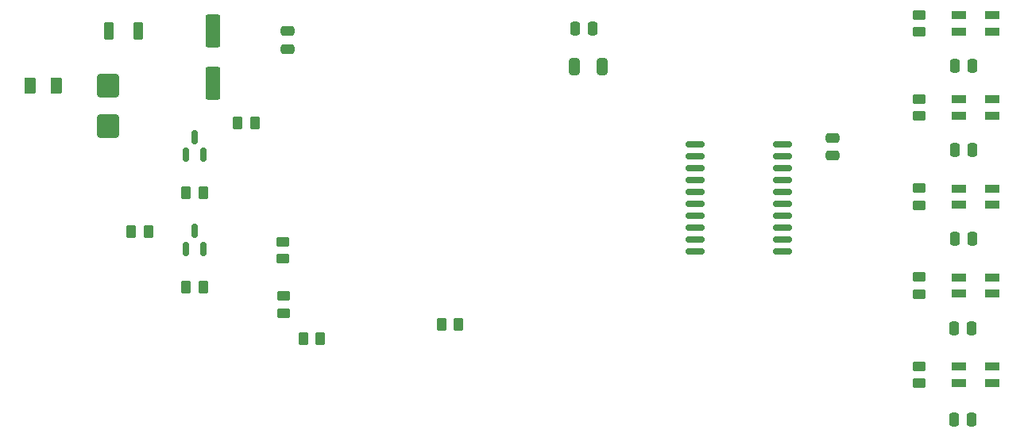
<source format=gtp>
%TF.GenerationSoftware,KiCad,Pcbnew,9.0.5*%
%TF.CreationDate,2025-11-19T18:58:22+01:00*%
%TF.ProjectId,aeris,61657269-732e-46b6-9963-61645f706362,rev?*%
%TF.SameCoordinates,Original*%
%TF.FileFunction,Paste,Top*%
%TF.FilePolarity,Positive*%
%FSLAX46Y46*%
G04 Gerber Fmt 4.6, Leading zero omitted, Abs format (unit mm)*
G04 Created by KiCad (PCBNEW 9.0.5) date 2025-11-19 18:58:22*
%MOMM*%
%LPD*%
G01*
G04 APERTURE LIST*
G04 Aperture macros list*
%AMRoundRect*
0 Rectangle with rounded corners*
0 $1 Rounding radius*
0 $2 $3 $4 $5 $6 $7 $8 $9 X,Y pos of 4 corners*
0 Add a 4 corners polygon primitive as box body*
4,1,4,$2,$3,$4,$5,$6,$7,$8,$9,$2,$3,0*
0 Add four circle primitives for the rounded corners*
1,1,$1+$1,$2,$3*
1,1,$1+$1,$4,$5*
1,1,$1+$1,$6,$7*
1,1,$1+$1,$8,$9*
0 Add four rect primitives between the rounded corners*
20,1,$1+$1,$2,$3,$4,$5,0*
20,1,$1+$1,$4,$5,$6,$7,0*
20,1,$1+$1,$6,$7,$8,$9,0*
20,1,$1+$1,$8,$9,$2,$3,0*%
G04 Aperture macros list end*
%ADD10R,1.600000X0.850000*%
%ADD11RoundRect,0.250000X-0.262500X-0.450000X0.262500X-0.450000X0.262500X0.450000X-0.262500X0.450000X0*%
%ADD12RoundRect,0.250000X-0.375000X-0.625000X0.375000X-0.625000X0.375000X0.625000X-0.375000X0.625000X0*%
%ADD13RoundRect,0.150000X0.150000X-0.587500X0.150000X0.587500X-0.150000X0.587500X-0.150000X-0.587500X0*%
%ADD14RoundRect,0.250000X-0.250000X-0.475000X0.250000X-0.475000X0.250000X0.475000X-0.250000X0.475000X0*%
%ADD15RoundRect,0.250000X0.450000X-0.262500X0.450000X0.262500X-0.450000X0.262500X-0.450000X-0.262500X0*%
%ADD16RoundRect,0.250000X-0.550000X1.500000X-0.550000X-1.500000X0.550000X-1.500000X0.550000X1.500000X0*%
%ADD17RoundRect,0.250000X0.475000X-0.250000X0.475000X0.250000X-0.475000X0.250000X-0.475000X-0.250000X0*%
%ADD18RoundRect,0.250000X0.275000X0.700000X-0.275000X0.700000X-0.275000X-0.700000X0.275000X-0.700000X0*%
%ADD19RoundRect,0.250000X-0.475000X0.250000X-0.475000X-0.250000X0.475000X-0.250000X0.475000X0.250000X0*%
%ADD20RoundRect,0.250000X-0.325000X-0.650000X0.325000X-0.650000X0.325000X0.650000X-0.325000X0.650000X0*%
%ADD21RoundRect,0.250000X0.262500X0.450000X-0.262500X0.450000X-0.262500X-0.450000X0.262500X-0.450000X0*%
%ADD22RoundRect,0.250000X0.900000X-1.000000X0.900000X1.000000X-0.900000X1.000000X-0.900000X-1.000000X0*%
%ADD23RoundRect,0.150000X-0.875000X-0.150000X0.875000X-0.150000X0.875000X0.150000X-0.875000X0.150000X0*%
%ADD24RoundRect,0.250000X-0.450000X0.262500X-0.450000X-0.262500X0.450000X-0.262500X0.450000X0.262500X0*%
G04 APERTURE END LIST*
D10*
%TO.C,D3*%
X142500000Y-50750000D03*
X142500000Y-49000000D03*
X139000000Y-49000000D03*
X139000000Y-50750000D03*
%TD*%
%TO.C,D2*%
X142500000Y-41250000D03*
X142500000Y-39500000D03*
X139000000Y-39500000D03*
X139000000Y-41250000D03*
%TD*%
%TO.C,D5*%
X142500000Y-69750000D03*
X142500000Y-68000000D03*
X139000000Y-68000000D03*
X139000000Y-69750000D03*
%TD*%
D11*
%TO.C,R6*%
X56587500Y-59500000D03*
X58412500Y-59500000D03*
%TD*%
%TO.C,R4*%
X83820000Y-63500000D03*
X85645000Y-63500000D03*
%TD*%
D12*
%TO.C,F1*%
X40000000Y-38000000D03*
X42800000Y-38000000D03*
%TD*%
D13*
%TO.C,Q2*%
X56550000Y-55437500D03*
X58450000Y-55437500D03*
X57500000Y-53562500D03*
%TD*%
D14*
%TO.C,C6*%
X138450000Y-63900000D03*
X140350000Y-63900000D03*
%TD*%
D10*
%TO.C,D4*%
X142500000Y-60250000D03*
X142500000Y-58500000D03*
X139000000Y-58500000D03*
X139000000Y-60250000D03*
%TD*%
D15*
%TO.C,R11*%
X134750000Y-50787500D03*
X134750000Y-48962500D03*
%TD*%
D16*
%TO.C,C3*%
X59500000Y-32200000D03*
X59500000Y-37800000D03*
%TD*%
D15*
%TO.C,R9*%
X134750000Y-32287500D03*
X134750000Y-30462500D03*
%TD*%
D17*
%TO.C,C4*%
X67400000Y-34100000D03*
X67400000Y-32200000D03*
%TD*%
D18*
%TO.C,FB1*%
X51500000Y-32200000D03*
X48350000Y-32200000D03*
%TD*%
D19*
%TO.C,C10*%
X125500000Y-43600000D03*
X125500000Y-45500000D03*
%TD*%
D20*
%TO.C,C1*%
X98025000Y-36000000D03*
X100975000Y-36000000D03*
%TD*%
D14*
%TO.C,C2*%
X98050000Y-31900000D03*
X99950000Y-31900000D03*
%TD*%
D21*
%TO.C,R3*%
X70912500Y-65000000D03*
X69087500Y-65000000D03*
%TD*%
D15*
%TO.C,R10*%
X134750000Y-41287500D03*
X134750000Y-39462500D03*
%TD*%
D22*
%TO.C,D0*%
X48300000Y-42350000D03*
X48300000Y-38050000D03*
%TD*%
D11*
%TO.C,R8*%
X50775000Y-53600000D03*
X52600000Y-53600000D03*
%TD*%
D23*
%TO.C,U2*%
X110850000Y-44285000D03*
X110850000Y-45555000D03*
X110850000Y-46825000D03*
X110850000Y-48095000D03*
X110850000Y-49365000D03*
X110850000Y-50635000D03*
X110850000Y-51905000D03*
X110850000Y-53175000D03*
X110850000Y-54445000D03*
X110850000Y-55715000D03*
X120150000Y-55715000D03*
X120150000Y-54445000D03*
X120150000Y-53175000D03*
X120150000Y-51905000D03*
X120150000Y-50635000D03*
X120150000Y-49365000D03*
X120150000Y-48095000D03*
X120150000Y-46825000D03*
X120150000Y-45555000D03*
X120150000Y-44285000D03*
%TD*%
D13*
%TO.C,Q1*%
X56550000Y-45437500D03*
X58450000Y-45437500D03*
X57500000Y-43562500D03*
%TD*%
D15*
%TO.C,R1*%
X66900000Y-56525000D03*
X66900000Y-54700000D03*
%TD*%
%TO.C,R13*%
X134750000Y-69787500D03*
X134750000Y-67962500D03*
%TD*%
D14*
%TO.C,C7*%
X138450000Y-73700000D03*
X140350000Y-73700000D03*
%TD*%
D15*
%TO.C,R12*%
X134750000Y-60287500D03*
X134750000Y-58462500D03*
%TD*%
D10*
%TO.C,D1*%
X142500000Y-32250000D03*
X142500000Y-30500000D03*
X139000000Y-30500000D03*
X139000000Y-32250000D03*
%TD*%
D11*
%TO.C,R5*%
X56587500Y-49500000D03*
X58412500Y-49500000D03*
%TD*%
D14*
%TO.C,C5*%
X138550000Y-54400000D03*
X140450000Y-54400000D03*
%TD*%
D21*
%TO.C,R7*%
X63912500Y-42000000D03*
X62087500Y-42000000D03*
%TD*%
D14*
%TO.C,C9*%
X138550000Y-44900000D03*
X140450000Y-44900000D03*
%TD*%
D24*
%TO.C,R2*%
X67000000Y-60500000D03*
X67000000Y-62325000D03*
%TD*%
D14*
%TO.C,C8*%
X138550000Y-35900000D03*
X140450000Y-35900000D03*
%TD*%
M02*

</source>
